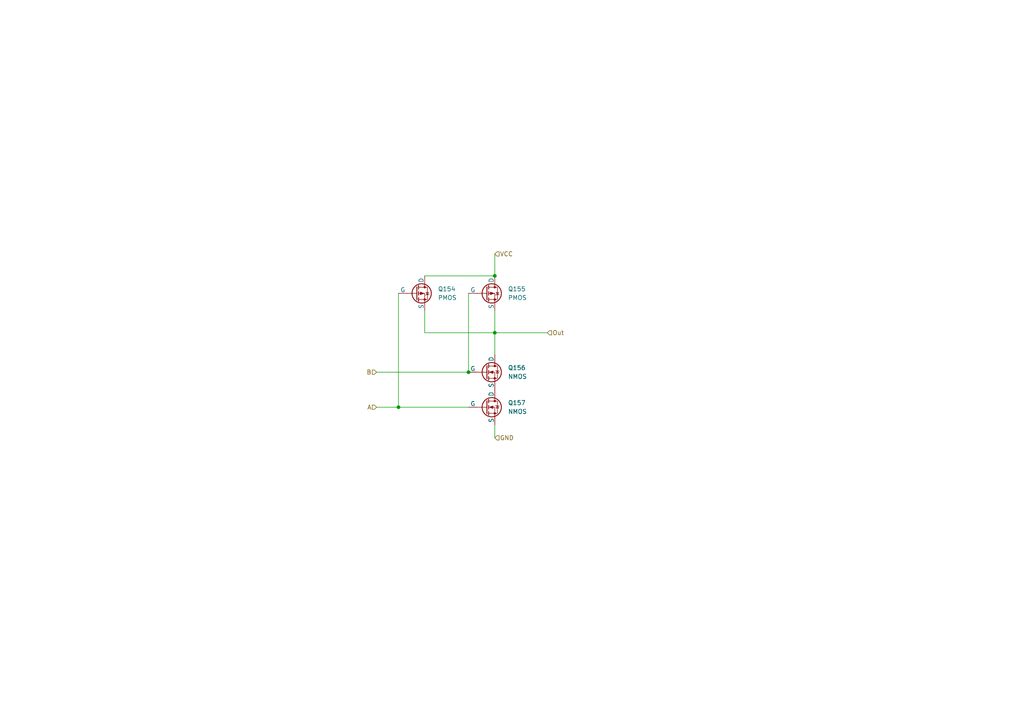
<source format=kicad_sch>
(kicad_sch (version 20230121) (generator eeschema)
  (paper "A4")
  (lib_symbols
    (symbol "Simulation_SPICE:NMOS" (pin_numbers hide) (pin_names (offset 0))
      (property "Reference" "Q" (at 5.08 1.27 0))
      (property "Value" "NMOS" (at 5.08 -1.27 0))
      (symbol "NMOS_0_1"
        (polyline (pts (xy 0.254 0) (xy -2.54 0)))
        (polyline (pts (xy 0.254 1.905) (xy 0.254 -1.905)) (stroke (width 0.254)))
        (polyline (pts (xy 0.762 -1.27) (xy 0.762 -2.286)) (stroke (width 0.254)))
        (polyline (pts (xy 0.762 0.508) (xy 0.762 -0.508)) (stroke (width 0.254)))
        (polyline (pts (xy 0.762 2.286) (xy 0.762 1.27)) (stroke (width 0.254)))
        (polyline (pts (xy 2.54 2.54) (xy 2.54 1.778)))
        (polyline (pts (xy 2.54 -2.54) (xy 2.54 0) (xy 0.762 0)))
        (polyline (pts (xy 0.762 -1.778) (xy 3.302 -1.778) (xy 3.302 1.778) (xy 0.762 1.778)))
        (polyline (pts (xy 1.016 0) (xy 2.032 0.381) (xy 2.032 -0.381) (xy 1.016 0)) (fill (type outline)))
        (polyline (pts (xy 2.794 0.508) (xy 2.921 0.381) (xy 3.683 0.381) (xy 3.81 0.254)))
        (polyline (pts (xy 3.302 0.381) (xy 2.921 -0.254) (xy 3.683 -0.254) (xy 3.302 0.381)))
        (circle (center 1.651 0) (radius 2.794) (stroke (width 0.254)))
        (circle (center 2.54 -1.778) (radius 0.254) (fill (type outline)))
        (circle (center 2.54 1.778) (radius 0.254) (fill (type outline)))
      )
      (symbol "NMOS_1_1"
        (pin passive line (at 2.54 5.08 270) (length 2.54) (name "D") (number "1"))
        (pin input line (at -5.08 0 0) (length 2.54) (name "G") (number "2"))
        (pin passive line (at 2.54 -5.08 90) (length 2.54) (name "S") (number "3"))
      )
    )
    (symbol "Simulation_SPICE:PMOS" (pin_numbers hide) (pin_names (offset 0))
      (property "Reference" "Q" (at 5.08 1.27 0))
      (property "Value" "PMOS" (at 5.08 -1.27 0))
      (symbol "PMOS_0_1"
        (polyline (pts (xy 0.254 0) (xy -2.54 0)))
        (polyline (pts (xy 0.254 1.905) (xy 0.254 -1.905)) (stroke (width 0.254)))
        (polyline (pts (xy 0.762 -1.27) (xy 0.762 -2.286)) (stroke (width 0.254)))
        (polyline (pts (xy 0.762 0.508) (xy 0.762 -0.508)) (stroke (width 0.254)))
        (polyline (pts (xy 0.762 2.286) (xy 0.762 1.27)) (stroke (width 0.254)))
        (polyline (pts (xy 2.54 2.54) (xy 2.54 1.778)))
        (polyline (pts (xy 2.54 -2.54) (xy 2.54 0) (xy 0.762 0)))
        (polyline (pts (xy 0.762 1.778) (xy 3.302 1.778) (xy 3.302 -1.778) (xy 0.762 -1.778)))
        (polyline (pts (xy 2.286 0) (xy 1.27 0.381) (xy 1.27 -0.381) (xy 2.286 0)) (fill (type outline)))
        (polyline (pts (xy 2.794 -0.508) (xy 2.921 -0.381) (xy 3.683 -0.381) (xy 3.81 -0.254)))
        (polyline (pts (xy 3.302 -0.381) (xy 2.921 0.254) (xy 3.683 0.254) (xy 3.302 -0.381)))
        (circle (center 1.651 0) (radius 2.794) (stroke (width 0.254)))
        (circle (center 2.54 -1.778) (radius 0.254) (fill (type outline)))
        (circle (center 2.54 1.778) (radius 0.254) (fill (type outline)))
      )
      (symbol "PMOS_1_1"
        (pin passive line (at 2.54 5.08 270) (length 2.54) (name "D") (number "1"))
        (pin input line (at -5.08 0 0) (length 2.54) (name "G") (number "2"))
        (pin passive line (at 2.54 -5.08 90) (length 2.54) (name "S") (number "3"))
      )
    )
  )
  (junction (at 115.57 118.11))
  (junction (at 143.51 80.01))
  (junction (at 143.51 96.52))
  (junction (at 135.89 107.95))
  (wire (pts (xy 123.19 90.17) (xy 123.19 96.52)))
  (wire (pts (xy 123.19 80.01) (xy 143.51 80.01)))
  (wire (pts (xy 143.51 96.52) (xy 143.51 102.87)))
  (wire (pts (xy 109.22 107.95) (xy 135.89 107.95)))
  (wire (pts (xy 143.51 90.17) (xy 143.51 96.52)))
  (wire (pts (xy 143.51 123.19) (xy 143.51 127)))
  (wire (pts (xy 115.57 118.11) (xy 135.89 118.11)))
  (wire (pts (xy 143.51 96.52) (xy 158.75 96.52)))
  (wire (pts (xy 143.51 73.66) (xy 143.51 80.01)))
  (wire (pts (xy 135.89 85.09) (xy 135.89 107.95)))
  (wire (pts (xy 115.57 85.09) (xy 115.57 118.11)))
  (wire (pts (xy 123.19 96.52) (xy 143.51 96.52)))
  (wire (pts (xy 109.22 118.11) (xy 115.57 118.11)))
  (hierarchical_label "VCC" (shape input) (at 143.51 73.66 0))
  (hierarchical_label "Out" (shape input) (at 158.75 96.52 0))
  (hierarchical_label "GND" (shape input) (at 143.51 127 0))
  (hierarchical_label "A" (shape input) (at 109.22 118.11 180))
  (hierarchical_label "B" (shape input) (at 109.22 107.95 180))
  (symbol (lib_id "Simulation_SPICE:NMOS") (at 140.97 107.95 0) (unit 1)
    (property "Reference" "Q156" (at 147.32 106.68 0) (effects (justify left)))
    (property "Value" "NMOS" (at 147.32 109.22 0) (effects (justify left)))
    (property "Datasheet" "https://ngspice.sourceforge.io/docs/ngspice-html-manual/manual.xhtml#cha_MOSFETs" (effects hide))
    (property "Sim.Device" "NMOS" (effects hide))
    (property "Sim.Type" "VDMOS" (effects hide))
    (property "Sim.Pins" "1=D 2=G 3=S" (effects hide))
    (instances (project "qrng" (path "" (reference "Q156") (unit 1)) (path "" (reference "Q87") (unit 1)) (path "" (reference "Q41") (unit 1)) (path "" (reference "Q29") (unit 1)) (path "" (reference "Q143") (unit 1)) (path "" (reference "Q139") (unit 1)) (path "" (reference "Q135") (unit 1)) (path "" (reference "Q131") (unit 1)) (path "" (reference "Q49") (unit 1)) (path "" (reference "Q55") (unit 1)) (path "" (reference "Q119") (unit 1)) (path "" (reference "Q115") (unit 1)) (path "" (reference "Q107") (unit 1)) (path "" (reference "Q103") (unit 1)) (path "" (reference "Q99") (unit 1)) (path "" (reference "Q95") (unit 1)) (path "" (reference "Q123") (unit 1)) (path "" (reference "Q45") (unit 1)) (path "" (reference "Q83") (unit 1)) (path "" (reference "Q79") (unit 1)) (path "" (reference "Q71") (unit 1)) (path "" (reference "Q67") (unit 1)) (path "" (reference "Q63") (unit 1)) (path "" (reference "Q59") (unit 1)) (path "" (reference "Q127") (unit 1)) (path "" (reference "Q91") (unit 1)) (path "" (reference "Q37") (unit 1)) (path "" (reference "Q25") (unit 1)) (path "" (reference "Q17") (unit 1)) (path "" (reference "Q13") (unit 1)) (path "" (reference "Q9") (unit 1)) (path "" (reference "Q5") (unit 1)) (path "" (reference "Q33") (unit 1)) (path "" (reference "Q164") (unit 1)) (path "" (reference "Q170") (unit 1)) (path "" (reference "Q176") (unit 1))))
  )
  (symbol (lib_id "Simulation_SPICE:PMOS") (at 120.65 85.09 0) (unit 1)
    (property "Reference" "Q154" (at 127 83.82 0) (effects (justify left)))
    (property "Value" "PMOS" (at 127 86.36 0) (effects (justify left)))
    (property "Datasheet" "https://ngspice.sourceforge.io/docs/ngspice-html-manual/manual.xhtml#cha_MOSFETs" (effects hide))
    (property "Sim.Device" "PMOS" (effects hide))
    (property "Sim.Type" "VDMOS" (effects hide))
    (property "Sim.Pins" "1=D 2=G 3=S" (effects hide))
    (instances (project "qrng" (path "" (reference "Q154") (unit 1)) (path "" (reference "Q85") (unit 1)) (path "" (reference "Q39") (unit 1)) (path "" (reference "Q27") (unit 1)) (path "" (reference "Q141") (unit 1)) (path "" (reference "Q137") (unit 1)) (path "" (reference "Q133") (unit 1)) (path "" (reference "Q129") (unit 1)) (path "" (reference "Q47") (unit 1)) (path "" (reference "Q53") (unit 1)) (path "" (reference "Q117") (unit 1)) (path "" (reference "Q113") (unit 1)) (path "" (reference "Q105") (unit 1)) (path "" (reference "Q101") (unit 1)) (path "" (reference "Q97") (unit 1)) (path "" (reference "Q93") (unit 1)) (path "" (reference "Q121") (unit 1)) (path "" (reference "Q43") (unit 1)) (path "" (reference "Q81") (unit 1)) (path "" (reference "Q77") (unit 1)) (path "" (reference "Q69") (unit 1)) (path "" (reference "Q65") (unit 1)) (path "" (reference "Q61") (unit 1)) (path "" (reference "Q57") (unit 1)) (path "" (reference "Q125") (unit 1)) (path "" (reference "Q89") (unit 1)) (path "" (reference "Q35") (unit 1)) (path "" (reference "Q23") (unit 1)) (path "" (reference "Q15") (unit 1)) (path "" (reference "Q11") (unit 1)) (path "" (reference "Q7") (unit 1)) (path "" (reference "Q3") (unit 1)) (path "" (reference "Q31") (unit 1)) (path "" (reference "Q162") (unit 1)) (path "" (reference "Q168") (unit 1)) (path "" (reference "Q174") (unit 1))))
  )
  (symbol (lib_id "Simulation_SPICE:PMOS") (at 140.97 85.09 0) (unit 1)
    (property "Reference" "Q155" (at 147.32 83.82 0) (effects (justify left)))
    (property "Value" "PMOS" (at 147.32 86.36 0) (effects (justify left)))
    (property "Datasheet" "https://ngspice.sourceforge.io/docs/ngspice-html-manual/manual.xhtml#cha_MOSFETs" (effects hide))
    (property "Sim.Device" "PMOS" (effects hide))
    (property "Sim.Type" "VDMOS" (effects hide))
    (property "Sim.Pins" "1=D 2=G 3=S" (effects hide))
    (instances (project "qrng" (path "" (reference "Q155") (unit 1)) (path "" (reference "Q86") (unit 1)) (path "" (reference "Q40") (unit 1)) (path "" (reference "Q28") (unit 1)) (path "" (reference "Q142") (unit 1)) (path "" (reference "Q138") (unit 1)) (path "" (reference "Q134") (unit 1)) (path "" (reference "Q130") (unit 1)) (path "" (reference "Q48") (unit 1)) (path "" (reference "Q54") (unit 1)) (path "" (reference "Q118") (unit 1)) (path "" (reference "Q114") (unit 1)) (path "" (reference "Q106") (unit 1)) (path "" (reference "Q102") (unit 1)) (path "" (reference "Q98") (unit 1)) (path "" (reference "Q94") (unit 1)) (path "" (reference "Q122") (unit 1)) (path "" (reference "Q44") (unit 1)) (path "" (reference "Q82") (unit 1)) (path "" (reference "Q78") (unit 1)) (path "" (reference "Q70") (unit 1)) (path "" (reference "Q66") (unit 1)) (path "" (reference "Q62") (unit 1)) (path "" (reference "Q58") (unit 1)) (path "" (reference "Q126") (unit 1)) (path "" (reference "Q90") (unit 1)) (path "" (reference "Q36") (unit 1)) (path "" (reference "Q24") (unit 1)) (path "" (reference "Q16") (unit 1)) (path "" (reference "Q12") (unit 1)) (path "" (reference "Q8") (unit 1)) (path "" (reference "Q4") (unit 1)) (path "" (reference "Q32") (unit 1)) (path "" (reference "Q163") (unit 1)) (path "" (reference "Q169") (unit 1)) (path "" (reference "Q175") (unit 1))))
  )
  (symbol (lib_id "Simulation_SPICE:NMOS") (at 140.97 118.11 0) (unit 1)
    (property "Reference" "Q157" (at 147.32 116.84 0) (effects (justify left)))
    (property "Value" "NMOS" (at 147.32 119.38 0) (effects (justify left)))
    (property "Datasheet" "https://ngspice.sourceforge.io/docs/ngspice-html-manual/manual.xhtml#cha_MOSFETs" (effects hide))
    (property "Sim.Device" "NMOS" (effects hide))
    (property "Sim.Type" "VDMOS" (effects hide))
    (property "Sim.Pins" "1=D 2=G 3=S" (effects hide))
    (instances (project "qrng" (path "" (reference "Q157") (unit 1)) (path "" (reference "Q88") (unit 1)) (path "" (reference "Q42") (unit 1)) (path "" (reference "Q30") (unit 1)) (path "" (reference "Q144") (unit 1)) (path "" (reference "Q140") (unit 1)) (path "" (reference "Q136") (unit 1)) (path "" (reference "Q132") (unit 1)) (path "" (reference "Q50") (unit 1)) (path "" (reference "Q56") (unit 1)) (path "" (reference "Q120") (unit 1)) (path "" (reference "Q116") (unit 1)) (path "" (reference "Q108") (unit 1)) (path "" (reference "Q104") (unit 1)) (path "" (reference "Q100") (unit 1)) (path "" (reference "Q96") (unit 1)) (path "" (reference "Q124") (unit 1)) (path "" (reference "Q46") (unit 1)) (path "" (reference "Q84") (unit 1)) (path "" (reference "Q80") (unit 1)) (path "" (reference "Q72") (unit 1)) (path "" (reference "Q68") (unit 1)) (path "" (reference "Q64") (unit 1)) (path "" (reference "Q60") (unit 1)) (path "" (reference "Q128") (unit 1)) (path "" (reference "Q92") (unit 1)) (path "" (reference "Q38") (unit 1)) (path "" (reference "Q26") (unit 1)) (path "" (reference "Q18") (unit 1)) (path "" (reference "Q14") (unit 1)) (path "" (reference "Q10") (unit 1)) (path "" (reference "Q6") (unit 1)) (path "" (reference "Q34") (unit 1)) (path "" (reference "Q165") (unit 1)) (path "" (reference "Q171") (unit 1)) (path "" (reference "Q177") (unit 1))))
  )
)
</source>
